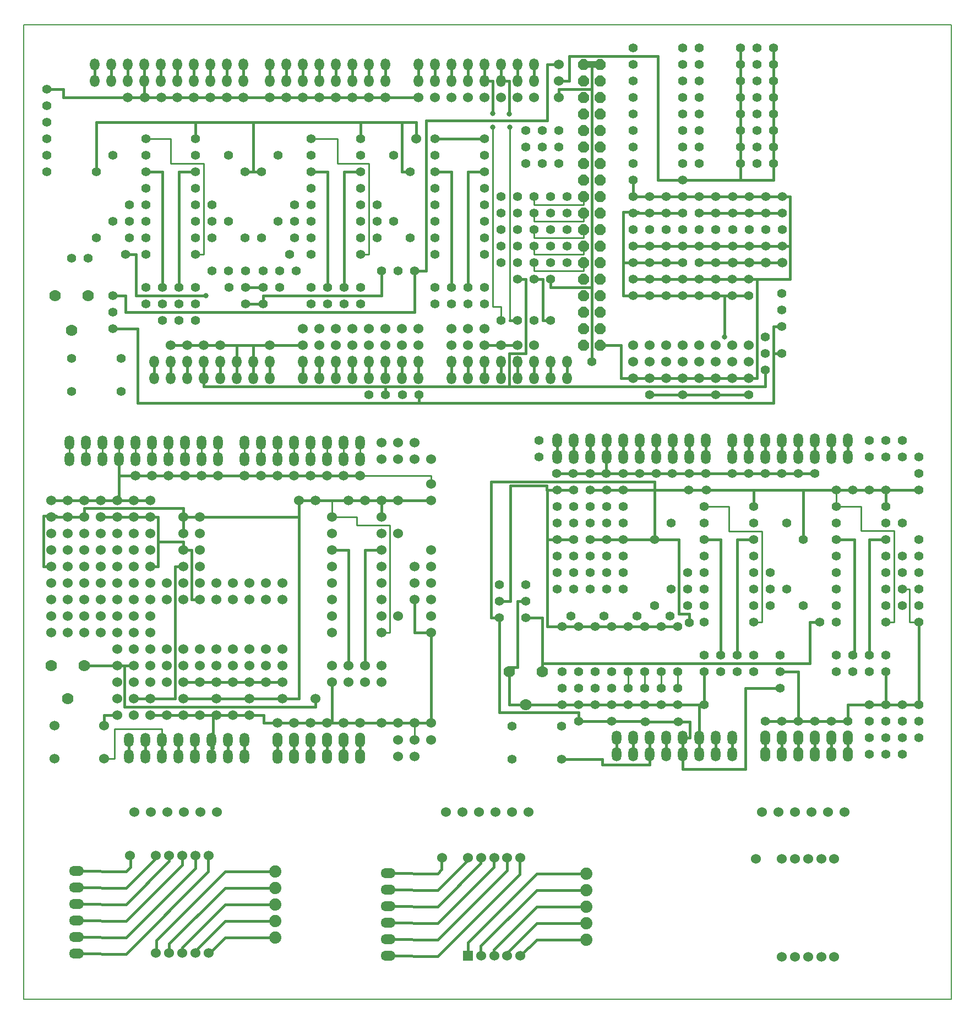
<source format=gbr>
%FSLAX35Y35*%
%MOIN*%
G04 EasyPC Gerber Version 18.0.8 Build 3632 *
%AMT21*0 Octagon Pad at angle 0*4,1,8,-0.01367,-0.03300,0.01367,-0.03300,0.03300,-0.01367,0.03300,0.01367,0.01367,0.03300,-0.01367,0.03300,-0.03300,0.01367,-0.03300,-0.01367,-0.01367,-0.03300,0*%
%ADD21T21*%
%ADD23O,0.05740X0.08610*%
%ADD20O,0.05746X0.07183*%
%ADD22O,0.06000X0.09000*%
%ADD79R,0.06000X0.06000*%
%ADD11C,0.00500*%
%ADD16C,0.00800*%
%ADD12C,0.01000*%
%ADD24C,0.01500*%
%ADD82C,0.01600*%
%ADD71C,0.03200*%
%ADD74C,0.04000*%
%ADD19C,0.05600*%
%ADD70C,0.06000*%
%ADD78C,0.06000*%
%ADD77C,0.07000*%
%ADD81C,0.07400*%
%ADD80O,0.09000X0.06000*%
X0Y0D02*
D02*
D11*
X561920Y250D02*
Y590250D01*
X250*
Y250*
X561920*
D02*
D12*
X27850Y337263D02*
Y327263D01*
X37850Y337263D02*
Y327263D01*
X47850Y337263D02*
Y327263D01*
X48850Y145763D02*
X55350D01*
Y163763*
X83850*
Y157263*
X57850Y302263D02*
X56850D01*
X57850Y337263D02*
Y327263D01*
X67850Y337263D02*
Y327263D01*
X77850Y337263D02*
Y327263D01*
X87850Y337263D02*
Y327263D01*
X97850Y337263D02*
Y327263D01*
X104442Y451265D02*
X109442D01*
Y506265*
X89442*
Y521265*
X74442*
X107850Y337263D02*
Y327263D01*
X113850Y157263D02*
Y147263D01*
X117850Y337263D02*
Y327263D01*
X133850Y337263D02*
Y327263D01*
X143850Y337263D02*
Y327263D01*
X153850Y337263D02*
Y327263D01*
X163850Y337263D02*
Y327263D01*
X173850Y337263D02*
Y327263D01*
X183850Y337263D02*
Y327263D01*
X186850Y292263D02*
X201850D01*
Y287263*
X221850*
Y222263*
X216850*
X186850Y292263D02*
Y302263D01*
X193850Y337263D02*
Y327263D01*
X203850Y317263D02*
X246850D01*
Y312263*
X203850Y337263D02*
Y327263D01*
X204442Y451265D02*
X209442D01*
Y506265*
X190442*
Y521265*
X174442*
X236850Y167513D02*
Y157263D01*
X289405Y411387D02*
Y419496D01*
X284233*
Y523457*
X284258*
Y528325*
X284383*
X294467Y528387D02*
Y411387D01*
X309442Y446265D02*
Y441265D01*
X339442*
Y446265*
X309442Y456265D02*
Y451265D01*
X339442*
Y456265*
X309442Y466265D02*
Y461265D01*
X339442*
Y466265*
X309442Y476265D02*
Y471265D01*
X339442*
Y476265*
X309442Y486265D02*
Y481265D01*
X339442*
Y486265*
X366249Y198437D02*
Y188437D01*
X376249Y198437D02*
Y188437D01*
X379127Y158437D02*
Y148437D01*
X386249Y198437D02*
Y188437D01*
X396249Y198437D02*
Y188437D01*
X442127Y228437D02*
X447127D01*
Y283437*
X427127*
Y298437*
X412127*
X492127D02*
X507127D01*
Y283937*
X527127*
Y228437*
X522127*
X492127Y298437D02*
Y308437D01*
X542127Y228437D02*
X536627D01*
Y248437*
X532127*
D02*
D16*
X114850Y152263D02*
X113850D01*
X186850Y302263D02*
X196850D01*
X199442Y556665D02*
Y556265D01*
Y566665D02*
Y566265D01*
X216850Y302263D02*
X226850D01*
D02*
D19*
X14442Y501265D03*
Y511265D03*
Y521265D03*
Y531265D03*
Y541265D03*
Y551265D03*
X29442Y368387D03*
Y388387D03*
Y448765D03*
X39442D03*
X44442Y461265D03*
Y501265D03*
X54192Y406265D03*
Y416265D03*
X54442Y426265D03*
Y471265D03*
Y511265D03*
X59442Y368387D03*
Y388387D03*
X61942Y451265D03*
X64442Y461265D03*
Y471265D03*
Y481265D03*
X74442Y421265D03*
Y431265D03*
Y451265D03*
Y461265D03*
Y471265D03*
Y481265D03*
Y491265D03*
Y501265D03*
Y511265D03*
Y521265D03*
X84442Y411265D03*
Y421265D03*
Y431265D03*
X94442Y411265D03*
Y421265D03*
Y431265D03*
X104442Y411265D03*
Y421265D03*
Y431265D03*
Y451265D03*
Y461265D03*
Y471265D03*
Y481265D03*
Y491265D03*
Y501265D03*
Y511265D03*
Y521265D03*
X114442Y441265D03*
Y461265D03*
Y471265D03*
Y481265D03*
X124442Y441265D03*
Y471265D03*
Y511265D03*
X124507Y431347D03*
X134442Y461265D03*
Y501265D03*
X134491Y421206D03*
Y431206D03*
Y441206D03*
X144442Y461265D03*
Y501265D03*
X145349Y421206D03*
Y431206D03*
Y441206D03*
X154442Y471265D03*
Y511265D03*
X155315Y441265D03*
X155333Y431347D03*
X161442Y451265D03*
X164442Y461265D03*
Y471265D03*
Y481265D03*
X165315Y441265D03*
X174442Y421265D03*
Y431265D03*
Y451265D03*
Y461265D03*
Y471265D03*
Y481265D03*
Y491265D03*
Y501265D03*
Y511265D03*
Y521265D03*
X184442Y421265D03*
Y431265D03*
X194442Y421265D03*
Y431265D03*
X204442Y421265D03*
Y431265D03*
Y451265D03*
Y461265D03*
Y471265D03*
Y481265D03*
Y491265D03*
Y501265D03*
Y511265D03*
Y521265D03*
X209376Y366206D03*
X214442Y461265D03*
Y471265D03*
Y481265D03*
X216942Y441265D03*
X219360Y366206D03*
X224442Y471265D03*
Y511265D03*
X226942Y441265D03*
X229469Y366206D03*
X234442Y461265D03*
Y501265D03*
X236942Y441265D03*
X239454Y366330D03*
X249442Y421265D03*
Y431265D03*
Y451265D03*
Y461265D03*
Y471265D03*
Y481265D03*
Y491265D03*
Y501265D03*
Y511265D03*
Y521265D03*
X259442Y421265D03*
Y431265D03*
X269442Y421265D03*
Y431265D03*
X279442Y421265D03*
Y431265D03*
Y451265D03*
Y461265D03*
Y471265D03*
Y481265D03*
Y491265D03*
Y501265D03*
Y511265D03*
Y521265D03*
X288149Y231097D03*
Y241097D03*
Y251097D03*
X289405Y411387D03*
X289442Y446265D03*
Y456265D03*
Y466265D03*
Y476265D03*
Y486265D03*
X296089Y145437D03*
Y165437D03*
X299442Y411387D03*
Y436265D03*
Y446265D03*
Y456265D03*
Y466265D03*
Y476265D03*
Y486265D03*
X304373Y231097D03*
Y241097D03*
X304385Y251097D03*
X304442Y506265D03*
Y516265D03*
Y526265D03*
X309442Y411387D03*
Y436265D03*
Y446265D03*
Y456265D03*
Y466265D03*
Y476265D03*
Y486265D03*
X312127Y328437D03*
Y338437D03*
X314442Y506265D03*
Y516265D03*
Y526265D03*
X319442Y411387D03*
Y436265D03*
Y446265D03*
Y456265D03*
Y466265D03*
Y476265D03*
Y486265D03*
X322969Y318437D03*
X323156Y248437D03*
Y258437D03*
Y268437D03*
Y278437D03*
Y288437D03*
Y298437D03*
Y308437D03*
X324442Y506265D03*
Y516265D03*
Y526265D03*
X326089Y145437D03*
Y165437D03*
X326249Y178437D03*
Y188437D03*
Y198437D03*
Y225937D03*
X329442Y446265D03*
Y456265D03*
Y466265D03*
Y476265D03*
Y486265D03*
X331627Y232187D03*
X333078Y318437D03*
X333156Y248437D03*
Y258437D03*
Y268437D03*
Y278437D03*
Y288437D03*
Y298437D03*
Y308437D03*
X336198Y168446D03*
X336249Y178437D03*
Y188437D03*
Y198437D03*
Y225937D03*
X343156Y248437D03*
Y258437D03*
Y268437D03*
Y278437D03*
Y288437D03*
Y298437D03*
Y308437D03*
X343187Y318437D03*
X344442Y386265D03*
X346249Y178437D03*
Y188437D03*
Y198437D03*
Y225937D03*
X351627Y232187D03*
X353046Y318437D03*
X353156Y248437D03*
Y258437D03*
Y268437D03*
Y278437D03*
Y288437D03*
Y298437D03*
Y308437D03*
X356167Y168446D03*
X356249Y178437D03*
Y188437D03*
Y198437D03*
Y225937D03*
X363156Y248437D03*
Y258437D03*
Y268437D03*
Y278437D03*
Y288437D03*
Y298437D03*
Y308437D03*
Y318459D03*
X366249Y178437D03*
Y188437D03*
Y198437D03*
Y225937D03*
X369442Y426265D03*
Y436265D03*
Y446265D03*
Y456265D03*
Y466265D03*
Y476265D03*
Y486265D03*
Y496265D03*
Y506265D03*
Y516265D03*
Y526265D03*
Y536265D03*
Y546265D03*
Y556265D03*
Y566265D03*
Y576265D03*
X371627Y232187D03*
X373140Y318459D03*
X376249Y178437D03*
Y188437D03*
Y198437D03*
Y225937D03*
X376509Y168321D03*
X379442Y366265D03*
Y426265D03*
Y436265D03*
Y446265D03*
Y456265D03*
Y466265D03*
Y476265D03*
Y486265D03*
X382127Y238437D03*
Y278437D03*
X383124Y318459D03*
X386249Y178437D03*
Y188437D03*
Y198437D03*
Y225937D03*
X389442Y426265D03*
Y436265D03*
Y446265D03*
Y456265D03*
Y466265D03*
Y476265D03*
Y486265D03*
X391627Y232187D03*
X392127Y248437D03*
Y288437D03*
X392983Y318459D03*
X396249Y178437D03*
Y188437D03*
Y198437D03*
Y225937D03*
X396478Y168321D03*
X399442Y366265D03*
Y426265D03*
Y436265D03*
Y446265D03*
Y456265D03*
Y466265D03*
Y476265D03*
Y486265D03*
Y496265D03*
Y506265D03*
Y516265D03*
Y526265D03*
Y536265D03*
Y546265D03*
Y556265D03*
Y566265D03*
Y576265D03*
X402127Y238437D03*
Y248437D03*
Y258437D03*
X403093Y308437D03*
X403217Y228352D03*
Y318459D03*
X409442Y426265D03*
Y436265D03*
Y446265D03*
Y456265D03*
Y466265D03*
Y476265D03*
Y486265D03*
Y506265D03*
Y516265D03*
Y526265D03*
Y536265D03*
Y546265D03*
Y556265D03*
Y566265D03*
Y576265D03*
X412127Y178437D03*
Y198437D03*
Y208437D03*
Y228437D03*
Y238437D03*
Y248437D03*
Y258437D03*
Y268437D03*
Y278437D03*
Y288437D03*
Y298437D03*
X413326Y318459D03*
X413451Y308437D03*
X419442Y366265D03*
Y426265D03*
Y436265D03*
Y446265D03*
Y456265D03*
Y466265D03*
Y476265D03*
Y486265D03*
X422127Y198437D03*
Y208437D03*
X429127Y318437D03*
X429442Y426265D03*
Y436265D03*
X429526Y456265D03*
Y466265D03*
Y476265D03*
Y486265D03*
X432127Y198437D03*
Y208437D03*
X434442Y506265D03*
Y516265D03*
Y526265D03*
Y536265D03*
Y546265D03*
Y556265D03*
Y566265D03*
Y576265D03*
X439127Y318437D03*
X439442Y366265D03*
Y426265D03*
Y436265D03*
X439526Y456265D03*
Y466265D03*
Y476265D03*
Y486265D03*
X442127Y198437D03*
Y208437D03*
Y228437D03*
Y238437D03*
Y248437D03*
Y258437D03*
Y268437D03*
Y278437D03*
Y288437D03*
Y298437D03*
X444442Y506265D03*
Y516265D03*
Y526265D03*
Y536265D03*
Y546265D03*
Y556265D03*
Y566265D03*
Y576265D03*
X449127Y168437D03*
Y318437D03*
X449442Y381265D03*
Y391265D03*
Y401265D03*
X449526Y456265D03*
Y466265D03*
Y476265D03*
Y486265D03*
X452127Y238437D03*
Y248437D03*
Y258437D03*
X454442Y506265D03*
Y516265D03*
Y526265D03*
Y536265D03*
Y546265D03*
Y556265D03*
Y566265D03*
Y576265D03*
X458354Y188437D03*
Y198437D03*
Y208437D03*
X459127Y168437D03*
Y318437D03*
X459442Y391265D03*
Y407515D03*
Y417515D03*
Y427515D03*
X459526Y456265D03*
Y466265D03*
Y476265D03*
Y486265D03*
X462127Y248437D03*
Y288437D03*
X469127Y168437D03*
Y318437D03*
X472127Y238437D03*
Y278437D03*
X479127Y168437D03*
Y318437D03*
X482127Y228437D03*
X489127Y168437D03*
X492127Y198437D03*
Y208437D03*
Y228437D03*
Y238437D03*
Y248437D03*
Y258437D03*
Y268437D03*
Y278437D03*
Y288437D03*
Y298437D03*
Y308437D03*
X499127Y168437D03*
X502127Y198437D03*
Y208437D03*
Y308437D03*
X512127Y148437D03*
Y158437D03*
Y168437D03*
Y178437D03*
Y198437D03*
Y208437D03*
Y308437D03*
Y328437D03*
Y338437D03*
X522127Y148437D03*
Y158437D03*
Y168437D03*
Y178437D03*
Y198437D03*
Y208437D03*
Y228437D03*
Y238437D03*
Y248437D03*
Y258437D03*
Y268437D03*
Y278437D03*
Y288437D03*
Y298437D03*
Y308437D03*
Y328437D03*
Y338437D03*
X532127Y148437D03*
Y158437D03*
Y168437D03*
Y178437D03*
Y238437D03*
Y248437D03*
Y258437D03*
Y268437D03*
Y288437D03*
Y328437D03*
Y338437D03*
X542127Y158437D03*
Y168437D03*
Y178437D03*
Y228437D03*
Y238437D03*
Y248437D03*
Y258437D03*
Y268437D03*
Y278437D03*
Y308437D03*
Y318437D03*
Y328437D03*
D02*
D70*
X16850Y222263D03*
Y232263D03*
Y242263D03*
Y252263D03*
Y262263D03*
Y272263D03*
Y282263D03*
Y292263D03*
Y302263D03*
X18850Y145763D03*
Y165763D03*
X26850Y222263D03*
Y232263D03*
Y242263D03*
Y252263D03*
Y262263D03*
Y272263D03*
Y282263D03*
Y292263D03*
Y302263D03*
X36850Y222263D03*
Y232263D03*
Y242263D03*
Y252263D03*
Y262263D03*
Y272263D03*
Y282263D03*
Y292263D03*
Y302263D03*
X46850Y222263D03*
Y232263D03*
Y242263D03*
Y252263D03*
Y262263D03*
Y272263D03*
Y282263D03*
Y292263D03*
Y302263D03*
X48850Y145763D03*
Y165763D03*
X56850Y172263D03*
Y182263D03*
Y192263D03*
Y202263D03*
Y212263D03*
Y222263D03*
Y232263D03*
Y242263D03*
Y252263D03*
Y262263D03*
Y272263D03*
Y282263D03*
Y292263D03*
Y302263D03*
X63353Y546265D03*
X64704Y87363D03*
X66850Y172263D03*
Y182263D03*
Y192263D03*
Y202263D03*
Y212263D03*
Y222263D03*
Y232263D03*
Y242263D03*
Y252263D03*
Y262263D03*
Y272263D03*
Y282263D03*
Y292263D03*
Y302263D03*
X67418Y113696D03*
X67850Y317263D03*
X73462Y546265D03*
X76850Y172263D03*
Y182263D03*
Y192263D03*
Y202263D03*
Y212263D03*
Y222263D03*
Y232263D03*
Y242263D03*
Y252263D03*
Y262263D03*
Y272263D03*
Y282263D03*
Y292263D03*
Y302263D03*
X77418Y113696D03*
X77850Y317263D03*
X80429Y28206D03*
Y87363D03*
X83446Y546265D03*
X86850Y172263D03*
Y192263D03*
Y202263D03*
Y212263D03*
Y242263D03*
Y252263D03*
X87418Y113696D03*
X87850Y317263D03*
X88417Y28206D03*
Y87363D03*
X89442Y396265D03*
X93306Y546265D03*
X96279Y28206D03*
Y87363D03*
X96850Y172263D03*
Y182263D03*
Y192263D03*
Y202263D03*
Y212263D03*
Y242263D03*
Y252263D03*
Y262263D03*
Y272263D03*
Y282263D03*
Y292263D03*
X97418Y113696D03*
X97850Y317263D03*
X99442Y396265D03*
X103415Y546265D03*
X104267Y28206D03*
Y87363D03*
X106850Y172263D03*
Y192263D03*
Y202263D03*
Y212263D03*
Y242263D03*
Y252263D03*
Y262263D03*
Y272263D03*
Y282263D03*
Y292263D03*
X107418Y113696D03*
X107850Y317263D03*
X109442Y396265D03*
X112129Y28206D03*
Y87363D03*
X113399Y546265D03*
X116850Y172263D03*
Y182263D03*
Y192263D03*
Y202263D03*
Y212263D03*
Y242263D03*
Y252263D03*
X117418Y113696D03*
X117850Y317263D03*
X119442Y396265D03*
X123383Y546265D03*
X126850Y172263D03*
Y192263D03*
Y202263D03*
Y212263D03*
Y242263D03*
Y252263D03*
X133368Y546265D03*
X133850Y317263D03*
X136850Y172263D03*
Y182263D03*
Y192263D03*
Y202263D03*
Y212263D03*
Y242263D03*
Y252263D03*
X143850Y317263D03*
X146850Y192263D03*
Y202263D03*
Y212263D03*
Y242263D03*
Y252263D03*
X149442Y396265D03*
Y546265D03*
X153850Y317263D03*
X153865Y167513D03*
X156850Y182263D03*
Y192263D03*
Y202263D03*
Y212263D03*
Y242263D03*
Y252263D03*
X159442Y546265D03*
X163850Y317263D03*
X163865Y167513D03*
X166850Y302263D03*
X169442Y396265D03*
Y406265D03*
Y546265D03*
X173850Y317263D03*
X173865Y167513D03*
X176850Y182263D03*
Y302263D03*
X179442Y396265D03*
Y406265D03*
Y546265D03*
X183850Y317263D03*
X183865Y167513D03*
X186850Y192263D03*
Y202263D03*
Y222263D03*
Y232263D03*
Y242263D03*
Y252263D03*
Y262263D03*
Y272263D03*
Y282263D03*
Y292263D03*
X189442Y396265D03*
Y406265D03*
Y546265D03*
X193850Y317263D03*
X193865Y167513D03*
X196850Y192263D03*
Y202263D03*
Y302263D03*
X199442Y396265D03*
Y406265D03*
Y546265D03*
X203850Y317263D03*
X203865Y167513D03*
X206850Y192263D03*
Y202263D03*
Y302263D03*
X209442Y396265D03*
Y406265D03*
Y546265D03*
X216850Y167513D03*
Y192263D03*
Y202263D03*
Y222263D03*
Y232263D03*
Y242263D03*
Y252263D03*
Y262263D03*
Y272263D03*
Y282263D03*
Y292263D03*
Y302263D03*
Y327263D03*
Y337263D03*
X219442Y396265D03*
Y406265D03*
Y546265D03*
X226850Y147263D03*
Y157263D03*
Y167513D03*
Y232263D03*
Y282263D03*
Y302263D03*
Y327263D03*
Y337263D03*
X229442Y396265D03*
Y406265D03*
X236850Y147263D03*
Y157263D03*
Y167513D03*
Y242263D03*
Y252263D03*
Y262263D03*
Y327263D03*
Y337263D03*
X237905Y521265D03*
X239442Y396265D03*
Y406265D03*
Y546265D03*
X246850Y157263D03*
Y167513D03*
Y222263D03*
Y232263D03*
Y242263D03*
Y252263D03*
Y262263D03*
Y272263D03*
Y302263D03*
Y312263D03*
Y327263D03*
X249442Y546265D03*
X256006Y113513D03*
X259442Y396265D03*
Y406265D03*
Y546265D03*
X266006Y113513D03*
X269442Y396265D03*
Y406265D03*
Y546265D03*
X276006Y113513D03*
X279442Y396265D03*
Y406265D03*
Y546265D03*
X286006Y113513D03*
X289442Y396265D03*
Y546265D03*
X296006Y113513D03*
X299442Y396265D03*
Y546265D03*
X306006Y113513D03*
X309442Y396265D03*
Y546265D03*
X324442D03*
Y556265D03*
Y566265D03*
X369442Y376265D03*
Y386265D03*
Y396265D03*
X379442Y376265D03*
Y386265D03*
Y396265D03*
X389442Y376265D03*
Y386265D03*
Y396265D03*
X399442Y376265D03*
Y386265D03*
Y396265D03*
X409442Y376265D03*
Y386265D03*
Y396265D03*
X419442Y376265D03*
Y386265D03*
Y396265D03*
X429442Y376265D03*
Y386265D03*
Y396265D03*
X429526Y446265D03*
X439442Y376265D03*
Y386265D03*
Y396265D03*
X439526Y446265D03*
X443628Y85116D03*
X447300Y113571D03*
X449526Y446265D03*
X457300Y113571D03*
X459353Y25959D03*
Y85116D03*
X459526Y446265D03*
X467300Y113571D03*
X467341Y25959D03*
Y85116D03*
X475203Y25959D03*
Y85116D03*
X477300Y113571D03*
X483191Y25959D03*
Y85116D03*
X487300Y113571D03*
X491053Y25959D03*
Y85116D03*
X497300Y113571D03*
D02*
D71*
X110692Y426265D03*
X284383Y528325D03*
Y536437D03*
X294405Y536387D03*
X294467Y528387D03*
X424658Y401265D03*
D02*
D20*
X43442Y556265D03*
Y566265D03*
X53442Y556265D03*
Y566265D03*
X63442Y556265D03*
Y566265D03*
X73442Y556265D03*
Y566265D03*
X79442Y376265D03*
Y386265D03*
X83442Y556265D03*
Y566265D03*
X89442Y376265D03*
Y386265D03*
X93442Y556265D03*
Y566265D03*
X99442Y376265D03*
Y386265D03*
X103442Y556265D03*
Y566265D03*
X109442Y376265D03*
Y386265D03*
X113442Y556265D03*
Y566265D03*
X119442Y376265D03*
Y386265D03*
X123442Y556265D03*
Y566265D03*
X129442Y376265D03*
Y386265D03*
X133442Y556265D03*
Y566265D03*
X139442Y376265D03*
Y386265D03*
X149442Y376265D03*
Y386265D03*
Y556265D03*
Y566265D03*
X159442Y556265D03*
Y566265D03*
X169442Y376265D03*
Y386265D03*
Y556265D03*
Y566265D03*
X179442Y376265D03*
Y386265D03*
Y556265D03*
Y566265D03*
X189442Y376265D03*
Y386265D03*
Y556265D03*
Y566265D03*
X199442Y376265D03*
Y386265D03*
Y556265D03*
Y566265D03*
X209442Y376265D03*
Y386265D03*
Y556265D03*
Y566265D03*
X219442Y376265D03*
Y386265D03*
Y556265D03*
Y566265D03*
X229442Y376265D03*
Y386265D03*
X239442Y376265D03*
Y386265D03*
Y556265D03*
Y566265D03*
X249442Y556265D03*
Y566265D03*
X259442Y376265D03*
Y386265D03*
Y556265D03*
Y566265D03*
X269442Y376265D03*
Y386265D03*
Y556265D03*
Y566265D03*
X279442Y376265D03*
Y386265D03*
Y556265D03*
Y566265D03*
X289442Y376265D03*
Y386265D03*
Y556265D03*
Y566265D03*
X299442Y376265D03*
Y386265D03*
Y556265D03*
Y566265D03*
X309442Y376265D03*
Y386265D03*
Y556265D03*
Y566265D03*
X319442Y376265D03*
Y386265D03*
X329442Y376265D03*
Y386265D03*
D02*
D21*
X339442Y396265D03*
Y406265D03*
Y416265D03*
Y426265D03*
Y436265D03*
Y446265D03*
Y456265D03*
Y466265D03*
Y476265D03*
Y486265D03*
Y496265D03*
Y506265D03*
Y516265D03*
Y526265D03*
Y536265D03*
Y546265D03*
Y556265D03*
Y566265D03*
X349442Y396265D03*
Y406265D03*
Y416265D03*
Y426265D03*
Y436265D03*
Y446265D03*
Y456265D03*
Y466265D03*
Y476265D03*
Y486265D03*
Y496265D03*
Y506265D03*
Y516265D03*
Y526265D03*
Y536265D03*
Y546265D03*
Y556265D03*
Y566265D03*
D02*
D22*
X153850Y147263D03*
Y157263D03*
X163850Y147263D03*
Y157263D03*
X173850Y147263D03*
Y157263D03*
X183850Y147263D03*
Y157263D03*
X193850Y147263D03*
Y157263D03*
X203850Y147263D03*
Y157263D03*
X449127Y148437D03*
Y158437D03*
X459127Y148437D03*
Y158437D03*
X469127Y148437D03*
Y158437D03*
X479127Y148437D03*
Y158437D03*
X489127Y148437D03*
Y158437D03*
X499127Y148437D03*
Y158437D03*
D02*
D23*
X27850Y327263D03*
Y337263D03*
X37850Y327263D03*
Y337263D03*
X47850Y327263D03*
Y337263D03*
X57850Y327263D03*
Y337263D03*
X63850Y147263D03*
Y157263D03*
X67850Y327263D03*
Y337263D03*
X73850Y147263D03*
Y157263D03*
X77850Y327263D03*
Y337263D03*
X83850Y147263D03*
Y157263D03*
X87850Y327263D03*
Y337263D03*
X93850Y147263D03*
Y157263D03*
X97850Y327263D03*
Y337263D03*
X103850Y147263D03*
Y157263D03*
X107850Y327263D03*
Y337263D03*
X113850Y147263D03*
Y157263D03*
X117850Y327263D03*
Y337263D03*
X123850Y147263D03*
Y157263D03*
X133850Y147263D03*
Y157263D03*
Y327263D03*
Y337263D03*
X143850Y327263D03*
Y337263D03*
X153850Y327263D03*
Y337263D03*
X163850Y327263D03*
Y337263D03*
X173850Y327263D03*
Y337263D03*
X183850Y327263D03*
Y337263D03*
X193850Y327263D03*
Y337263D03*
X203850Y327263D03*
Y337263D03*
X323127Y328437D03*
Y338437D03*
X333127Y328437D03*
Y338437D03*
X343127Y328437D03*
Y338437D03*
X353127Y328437D03*
Y338437D03*
X359127Y148437D03*
Y158437D03*
X363127Y328437D03*
Y338437D03*
X369127Y148437D03*
Y158437D03*
X373127Y328437D03*
Y338437D03*
X379127Y148437D03*
Y158437D03*
X383127Y328437D03*
Y338437D03*
X389127Y148437D03*
Y158437D03*
X393127Y328437D03*
Y338437D03*
X399127Y148437D03*
Y158437D03*
X403127Y328437D03*
Y338437D03*
X409127Y148437D03*
Y158437D03*
X413127Y328437D03*
Y338437D03*
X419127Y148437D03*
Y158437D03*
X429127Y148437D03*
Y158437D03*
Y328437D03*
Y338437D03*
X439127Y328437D03*
Y338437D03*
X449127Y328437D03*
Y338437D03*
X459127Y328437D03*
Y338437D03*
X469127Y328437D03*
Y338437D03*
X479127Y328437D03*
Y338437D03*
X489127Y328437D03*
Y338437D03*
X499127Y328437D03*
Y338437D03*
D02*
D24*
X12350Y292763D02*
X14850D01*
Y292263*
X16850*
X14442Y551265D02*
X24442D01*
Y546265*
X63353*
X16850Y262263D02*
X12350D01*
Y292763*
X26850Y292263D02*
X19850D01*
Y292763*
X12350*
X26850Y292263D02*
X36850D01*
X26850Y302263D02*
X16850D01*
X36850Y202263D02*
X56850D01*
X36850Y292263D02*
Y297522D01*
X96850*
Y292263*
X36850Y302263D02*
X26850D01*
X43442Y566265D02*
Y556265D01*
X44442Y501265D02*
Y531265D01*
X104442*
X46850Y292263D02*
X56850D01*
X46850Y302263D02*
X36850D01*
X53442Y566265D02*
Y556265D01*
X54192Y406265D02*
X69442D01*
Y361265*
X239454*
X56850Y172263D02*
X48850D01*
Y165763*
X56850Y202263D02*
X61350D01*
X56850Y292263D02*
X66850D01*
X56850Y302263D02*
X46850D01*
X56850D02*
X66850D01*
X57850Y317263D02*
Y302263D01*
Y327263D02*
Y317263D01*
X61350Y202263D02*
Y177263D01*
X176850*
Y182263*
X61350Y202263D02*
X66850D01*
X61942Y451265D02*
X68192D01*
Y426265*
X110692*
X63442Y566265D02*
Y556265D01*
X63850Y157263D02*
Y147263D01*
X66850Y182263D02*
X76850D01*
X66850Y292263D02*
X76850D01*
X66850Y302263D02*
X76850D01*
X67850Y317263D02*
X77850D01*
X67850D02*
X57850D01*
X73442Y556265D02*
Y546265D01*
X73462*
X73442Y566265D02*
Y556265D01*
X73462Y546265D02*
X63353D01*
X73462D02*
X83446D01*
X73850Y157263D02*
Y147263D01*
X74442Y501265D02*
X84442D01*
Y431265*
X76850Y172263D02*
X86850D01*
X76850Y292263D02*
X81728D01*
Y277180*
X77850Y317263D02*
X87850D01*
X79442Y386265D02*
Y376265D01*
X81728Y277180D02*
Y262263D01*
X76850*
X83442Y566265D02*
Y556265D01*
X83446Y546265D02*
X93306D01*
X83850Y157263D02*
Y147263D01*
X86850Y172263D02*
X96850D01*
X87850Y317263D02*
X97850D01*
X89442Y386265D02*
Y376265D01*
X93306Y546265D02*
X103415D01*
X93442Y566265D02*
Y556265D01*
X93850Y157263D02*
Y147263D01*
X96850Y172263D02*
X106850D01*
X96850Y182263D02*
X116850D01*
X96850Y192263D02*
X106850D01*
X96850Y262263D02*
X91837D01*
Y182263*
X76850*
X96850Y272263D02*
X101946D01*
Y242263*
X106850*
X96850Y272263D02*
Y277180D01*
X81728*
X96850Y292263D02*
Y282263D01*
Y292263D02*
X106850D01*
X97850Y317263D02*
X107850D01*
X99442Y386265D02*
Y376265D01*
Y396265D02*
X89442D01*
X103415Y546265D02*
X113399D01*
X103442Y566265D02*
Y556265D01*
X103850Y157263D02*
Y147263D01*
X104442Y501265D02*
X94442D01*
Y431265*
X104442Y531265D02*
X139442D01*
X104442D02*
Y521265D01*
X106850Y172263D02*
X116850D01*
X106850Y192263D02*
X116850D01*
X106850Y292263D02*
X166850D01*
X107850Y317263D02*
X117850D01*
X109442Y376265D02*
Y371265D01*
X219360*
X109442Y386265D02*
Y376265D01*
Y396265D02*
X119442D01*
X109442D02*
X99442D01*
X113399Y546265D02*
X123383D01*
X113442Y566265D02*
Y556265D01*
X113850Y152263D02*
Y157263D01*
X116850Y172263D02*
X114850D01*
Y152263*
X116850Y172263D02*
X126850D01*
X116850Y182263D02*
X136850D01*
X116850Y192263D02*
X126850D01*
X117850Y317263D02*
X133850D01*
X119442Y386265D02*
Y376265D01*
X123383Y546265D02*
X133368D01*
X123442Y566265D02*
Y556265D01*
X123850Y157263D02*
Y147263D01*
X126850Y172263D02*
X136850D01*
X126850Y192263D02*
X136850D01*
X129442Y386265D02*
Y396265D01*
Y386265D02*
Y376265D01*
Y396265D02*
X119442D01*
X133368Y546265D02*
X149442D01*
X133442Y566265D02*
Y556265D01*
X133850Y157263D02*
Y147263D01*
Y317263D02*
X143850D01*
X134491Y421206D02*
X145349D01*
X134491Y431206D02*
X145349D01*
X136850Y172263D02*
X145600D01*
Y167513*
X153865*
X136850Y182263D02*
X156850D01*
X136850Y192263D02*
X146850D01*
X139442Y386265D02*
Y396265D01*
Y386265D02*
Y376265D01*
Y396265D02*
X129442D01*
X139442D02*
X149442D01*
X139442Y501265D02*
X134442D01*
X139442D02*
X144442D01*
X139442Y531265D02*
Y501265D01*
X143850Y317263D02*
X153850D01*
X145349Y421206D02*
Y426355D01*
X216942*
Y441265*
X146850Y192263D02*
X156850D01*
X149442Y386265D02*
Y376265D01*
Y396265D02*
X169442D01*
X149442Y546265D02*
X159442D01*
X149442Y566265D02*
Y556265D01*
X153850Y157263D02*
Y147263D01*
Y317263D02*
X163850D01*
X153865Y167513D02*
X163865D01*
X159442Y546265D02*
X169442D01*
X159442Y566265D02*
Y556265D01*
X163850Y157263D02*
Y147263D01*
Y317263D02*
X173850D01*
X163865Y167513D02*
X173865D01*
X166850Y292263D02*
Y182263D01*
X156850*
X166850Y302263D02*
Y292263D01*
Y302263D02*
X176850D01*
X169442Y386265D02*
Y376265D01*
Y546265D02*
X179442D01*
X169442Y566265D02*
Y556265D01*
X173850Y157263D02*
Y147263D01*
Y317263D02*
X183850D01*
X173865Y167513D02*
X183865D01*
X174442Y501265D02*
X184442D01*
Y431265*
X176850Y302263D02*
X196850D01*
X179442Y386265D02*
Y376265D01*
Y546265D02*
X189442D01*
X179442Y566265D02*
Y556265D01*
X183850Y157263D02*
Y147263D01*
Y317263D02*
X193850D01*
X183865Y167513D02*
X193865D01*
X186850Y272263D02*
X196850D01*
Y202263*
X189442Y386265D02*
Y376265D01*
Y546265D02*
X199442D01*
X189442Y566265D02*
Y556265D01*
X193850Y157263D02*
Y147263D01*
Y317263D02*
X203850D01*
X193865Y167513D02*
X203865D01*
X196850Y302263D02*
X206850D01*
X199442Y386265D02*
Y376265D01*
Y546265D02*
X209442D01*
X199442Y566265D02*
Y556265D01*
X203850Y157263D02*
Y147263D01*
X203865Y167513D02*
X216850D01*
X203865D02*
X186850D01*
Y192263*
X204442Y501265D02*
X194442D01*
Y431265*
X204442Y521265D02*
Y531265D01*
X229442*
X204442D02*
X139442D01*
X206850Y302263D02*
X216850D01*
X209442Y386265D02*
Y376265D01*
Y546265D02*
X219442D01*
X209442Y566265D02*
Y556265D01*
X216850Y167513D02*
X226850D01*
X216850Y272263D02*
X206850D01*
Y202263*
X216850Y292263D02*
Y302263D01*
X226850*
X219360Y366206D02*
Y371265D01*
X294405*
X219442Y386265D02*
Y376265D01*
Y546265D02*
X239442D01*
X219442Y566265D02*
Y556265D01*
X226850Y167513D02*
X236850D01*
X226850Y302263D02*
X246850D01*
X229442Y386265D02*
Y376265D01*
Y531265D02*
X237905D01*
Y521265*
X229442Y531265D02*
Y501265D01*
X234442*
X236850Y167513D02*
X246850D01*
X236942Y441265D02*
Y416265D01*
X61942*
Y426265*
X54442*
X239442Y386265D02*
Y376265D01*
Y566265D02*
Y556265D01*
X239454Y361265D02*
X454442D01*
Y391265*
X239454Y366330D02*
Y361265D01*
X246850Y222263D02*
X236850D01*
Y242263*
X246850Y222263D02*
Y167513D01*
X249442Y501265D02*
X259442D01*
Y431265*
X249442Y566265D02*
Y556265D01*
X259442Y386265D02*
Y376265D01*
Y566265D02*
Y556265D01*
X269442Y386265D02*
Y376265D01*
Y566265D02*
Y556265D01*
X279442Y386265D02*
Y376265D01*
Y396265D02*
X289442D01*
X279442Y501265D02*
X269442D01*
Y431265*
X279442Y521265D02*
X249442D01*
X279442Y556265D02*
X284383D01*
Y536437*
X279442Y566265D02*
Y556265D01*
X288149Y231097D02*
X283157D01*
Y313467*
X382127*
Y308437*
X288149Y231097D02*
Y173813D01*
X336198*
Y168446*
X288149Y241097D02*
X294916D01*
Y311097*
X316978*
Y308437*
X289442Y386265D02*
Y376265D01*
Y396265D02*
X299442D01*
X289442Y556265D02*
X294405D01*
Y536387*
X289442Y566265D02*
Y556265D01*
X294127Y198437D02*
Y178437D01*
X304127*
X294127Y198437D02*
Y201097D01*
X299373*
Y241097*
X304373*
X294405Y371265D02*
X449442D01*
Y381265*
X294467Y411387D02*
X299442D01*
Y386265D02*
Y376265D01*
Y436265D02*
X304405D01*
Y391387*
X294405*
Y371265*
X299442Y566265D02*
Y556265D01*
X304373Y231097D02*
X314373D01*
Y203437*
X314357*
X309442Y386265D02*
Y376265D01*
Y436265D02*
X314685D01*
Y411387*
X319442*
X309442Y566265D02*
Y556265D01*
X314127Y198437D02*
X314357D01*
Y203437*
X476249*
Y228437*
X482127*
X316978Y308437D02*
X317353D01*
Y278772*
Y278437*
X323156*
X319442Y386265D02*
Y376265D01*
Y436265D02*
Y431265D01*
X344442*
X322969Y318437D02*
X333078D01*
X323127Y338437D02*
Y328437D01*
X323156Y308437D02*
X316978D01*
X324442Y546265D02*
Y551265D01*
X344442*
Y552515*
X324442Y556265D02*
X330692D01*
Y571265*
X384442*
Y496265*
X399442*
X324442Y566265D02*
X317405D01*
Y532387*
X243905*
Y441265*
X236942*
X326089Y145437D02*
X350589D01*
Y142187*
X379127*
Y158437*
X326249Y178437D02*
X304127D01*
X326249D02*
X336249D01*
X326249Y225937D02*
X317353D01*
Y278772*
X326249Y225937D02*
X336249D01*
X329442Y386265D02*
Y376265D01*
X333078Y318437D02*
X343187D01*
X333127Y338437D02*
Y328437D01*
X333156Y278437D02*
X323156D01*
X333156Y308437D02*
X323156D01*
X336198Y168446D02*
X356167D01*
X336249Y225937D02*
X346249D01*
X343127Y338437D02*
Y328437D01*
X343156Y308437D02*
X353156D01*
X343187Y318437D02*
X353046D01*
X344442Y386265D02*
Y431265D01*
Y552515*
Y566265*
X346249Y178437D02*
X336249D01*
X346249Y225937D02*
X356249D01*
X349442Y396265D02*
X361942D01*
Y376265*
X369442*
X353046Y318437D02*
X363156D01*
Y318459*
X353046Y318437D02*
Y328437D01*
X353127*
Y338437D02*
Y328437D01*
X353156Y278437D02*
X343156D01*
X353156Y308437D02*
X363156D01*
X356167Y168446D02*
X376509D01*
Y168321*
X356249Y178437D02*
X346249D01*
X356249D02*
X366249D01*
X356249Y225937D02*
X366249D01*
X359127Y158437D02*
Y148437D01*
X363127Y338437D02*
Y328437D01*
X363156Y278437D02*
X382127D01*
X363156D02*
X353156D01*
X363156Y308437D02*
X382127D01*
X363156Y318459D02*
X373140D01*
X363192Y446265D02*
Y476765D01*
X367442*
Y476265*
X369442*
X366249Y178437D02*
X376249D01*
X366249Y225937D02*
X376249D01*
X369127Y158437D02*
Y148437D01*
X369442Y376265D02*
X379442D01*
X369442Y426265D02*
X363192D01*
Y446265*
X369442Y436265D02*
X379442D01*
X369442Y446265D02*
X379442D01*
X369442D02*
X363192D01*
X369442Y456265D02*
X379442D01*
X369442Y496265D02*
Y486265D01*
X373127Y338437D02*
Y328437D01*
X373140Y318459D02*
X383124D01*
X376249Y178437D02*
X386249D01*
X376249Y225937D02*
X386249D01*
X376509Y168321D02*
X396478D01*
X379442Y366265D02*
X399442D01*
X379442Y376265D02*
X389442D01*
X379442Y426265D02*
X369442D01*
X379442Y436265D02*
X389442D01*
X379442Y446265D02*
X389442D01*
X379442Y456265D02*
X389442D01*
X379442Y476265D02*
X372442D01*
Y476765*
X363192*
X379442Y476265D02*
X389442D01*
X379442Y486265D02*
X369442D01*
X382127Y278437D02*
Y308437D01*
X403093*
X383124Y318459D02*
X392983D01*
X383127Y338437D02*
Y328437D01*
X386249Y178437D02*
X396249D01*
X386249Y225937D02*
X396249D01*
X389127Y158437D02*
Y148437D01*
X389442Y376265D02*
X399442D01*
X389442Y426265D02*
X379442D01*
X389442Y436265D02*
X399442D01*
X389442Y446265D02*
X399442D01*
X389442Y456265D02*
X399442D01*
X389442Y476265D02*
X399442D01*
X389442Y486265D02*
X379442D01*
X392983Y318459D02*
X403217D01*
X393127Y338437D02*
Y328437D01*
X396249Y178437D02*
X412127D01*
X399127Y148437D02*
Y139437D01*
X437127*
Y188437*
X458354*
X399127Y158437D02*
X403717D01*
Y168321*
X396478*
X399127Y158437D02*
Y148437D01*
X399442Y366265D02*
X419442D01*
X399442Y376265D02*
X409442D01*
X399442Y426265D02*
X389442D01*
X399442Y436265D02*
X409442D01*
X399442Y456265D02*
X409442D01*
X399442Y486265D02*
X409442D01*
X399442D02*
X389442D01*
X399442Y496265D02*
X434442D01*
X403093Y308437D02*
X413451D01*
X403127Y338437D02*
Y328437D01*
X403217Y228352D02*
Y233593D01*
X397102*
Y278437*
X382127*
X403217Y318459D02*
X413326D01*
X409127Y158437D02*
Y148437D01*
X409442Y376265D02*
X419442D01*
X409442Y426265D02*
X399442D01*
X409442Y436265D02*
X419442D01*
X409442Y446265D02*
X419442D01*
X409442Y456265D02*
X419442D01*
X409442Y476265D02*
X419442D01*
X409442Y486265D02*
X419442D01*
X412127Y178437D02*
X409127D01*
Y158437*
X412127Y178437D02*
Y198437D01*
Y278437D02*
X422127D01*
Y208437*
X413127Y338437D02*
Y328437D01*
X413326Y318459D02*
X429127D01*
Y318437*
X413451Y308437D02*
X442127D01*
X419127Y158437D02*
Y148437D01*
X419442Y366265D02*
X439442D01*
X419442Y376265D02*
X429442D01*
X419442Y426265D02*
X409442D01*
X419442Y436265D02*
X429442D01*
X419442Y446265D02*
X429526D01*
X419442Y456265D02*
X429526D01*
X419442Y476265D02*
X429526D01*
X419442Y486265D02*
X429526D01*
X424658Y401265D02*
Y426265D01*
X429442*
X429127Y158437D02*
Y148437D01*
Y318437D02*
X439127D01*
X429127Y338437D02*
Y328437D01*
X429442Y376265D02*
X439442D01*
X429442Y426265D02*
X419442D01*
X429442Y436265D02*
X439442D01*
X429526Y446265D02*
X439526D01*
X429526Y456265D02*
X439526D01*
X429526Y476265D02*
X439526D01*
X429526Y486265D02*
X439526D01*
X434442Y496265D02*
X454442D01*
Y506265*
X434442Y496265D02*
Y506265D01*
Y516265*
Y526265*
Y536265*
Y546265*
Y556265*
Y566265*
Y576265*
X439127Y318437D02*
X449127D01*
X439127Y338437D02*
Y328437D01*
X439442Y426265D02*
X429442D01*
X439526Y446265D02*
X449526D01*
X439526Y456265D02*
X449526D01*
X439526Y476265D02*
X449526D01*
X439526Y486265D02*
X449526D01*
X442127Y278437D02*
X432127D01*
Y208437*
X442127Y308437D02*
Y298437D01*
Y308437D02*
X472127D01*
X444442Y436265D02*
Y376265D01*
X439442*
X444442Y436265D02*
X439442D01*
X449127Y158437D02*
Y148437D01*
Y168437D02*
X459127D01*
X449127Y318437D02*
X459127D01*
X449127Y338437D02*
Y328437D01*
X449526Y446265D02*
X459526D01*
X449526Y456265D02*
X459526D01*
X449526Y476265D02*
X459526D01*
X449526Y486265D02*
X459526D01*
X454442Y391265D02*
Y407515D01*
X459442*
X454442Y506265D02*
Y516265D01*
Y526265*
Y536265*
Y546265*
Y556265*
Y566265*
Y576265*
X458354Y198437D02*
X469127D01*
Y168437*
X459127Y158437D02*
Y148437D01*
Y168437D02*
X469127D01*
X459127Y318437D02*
X469127D01*
X459127Y338437D02*
Y328437D01*
X459442Y391265D02*
X454442D01*
X459526Y456265D02*
X464442D01*
X459526Y486265D02*
X464442D01*
Y456265*
Y436265*
X444442*
X469127Y158437D02*
Y148437D01*
Y168437D02*
X479127D01*
X469127Y318437D02*
X479127D01*
X469127Y338437D02*
Y328437D01*
X472127Y308437D02*
Y278437D01*
Y308437D02*
X492127D01*
X479127Y158437D02*
Y148437D01*
Y168437D02*
X489127D01*
X479127Y338437D02*
Y328437D01*
X489127Y158437D02*
Y148437D01*
Y168437D02*
X499127D01*
X489127Y338437D02*
Y328437D01*
X492127Y278437D02*
X503127D01*
Y208437*
X502127*
X492127Y308437D02*
X502127D01*
X499127Y158437D02*
Y148437D01*
Y168437D02*
Y178437D01*
X512127*
X499127Y338437D02*
Y328437D01*
X502127Y308437D02*
X512127D01*
Y178437D02*
X522127D01*
X512127Y308437D02*
X522127D01*
Y178437D02*
X532127D01*
X522127Y198437D02*
Y178437D01*
Y278437D02*
X512127D01*
Y208437*
X522127Y298437D02*
Y308437D01*
X542127*
X532127Y178437D02*
X542127D01*
Y228437D02*
Y178437D01*
D02*
D74*
X339442Y566265D02*
X344442D01*
X349442*
D02*
D77*
X16850Y202263D03*
X19442Y426265D03*
X26850Y182263D03*
X29442Y405387D03*
X36850Y202263D03*
X39442Y426265D03*
X294127Y198437D03*
X304127Y178437D03*
X314127Y198437D03*
D02*
D78*
X253656Y85783D03*
X269404D03*
X277278Y26728D03*
Y85783D03*
X285152Y26728D03*
Y85783D03*
X293026Y26728D03*
Y85783D03*
X300900Y26728D03*
Y85783D03*
D02*
D79*
X269404Y26728D03*
D02*
D80*
X32406Y27773D03*
Y37773D03*
Y47773D03*
Y57773D03*
Y67773D03*
Y77773D03*
X221006Y26419D03*
Y36419D03*
Y46419D03*
Y56419D03*
Y66419D03*
Y76419D03*
D02*
D81*
X152466Y37733D03*
Y47733D03*
Y57733D03*
Y67733D03*
Y77733D03*
X341067Y36380D03*
Y46380D03*
Y56380D03*
Y66380D03*
Y76380D03*
D02*
D82*
X64806Y87261D02*
Y80174D01*
X62365Y77733*
X32406Y77773*
X80554Y28206D02*
Y35922D01*
X122365Y77733*
X152466*
X80554Y87261D02*
Y85922D01*
X62365Y67733*
X32406Y67773*
X88428Y28206D02*
Y33796D01*
X122365Y67733*
X152466*
X88428Y87261D02*
Y83796D01*
X62365Y57733*
X32406Y57773*
X96302Y28206D02*
Y31670D01*
X122365Y57733*
X152466*
X96302Y87261D02*
Y81670D01*
X62365Y47733*
X32406Y47773*
X104176Y28206D02*
Y29544D01*
X122365Y47733*
X152466*
X104176Y87261D02*
Y79544D01*
X62365Y37733*
X32406Y37773*
X112050Y28206D02*
X112837D01*
X122365Y37733*
X152466*
X112050Y87261D02*
Y77419D01*
X62365Y27733*
X32406Y27773*
X253407Y85907D02*
Y78821D01*
X250966Y76380*
X221006Y76419*
X269155Y26852D02*
Y34569D01*
X310966Y76380*
X341067*
X269155Y85907D02*
Y84569D01*
X250966Y66380*
X221006Y66419*
X277029Y26852D02*
Y32443D01*
X310966Y66380*
X341067*
X277029Y85907D02*
Y82443D01*
X250966Y56380*
X221006Y56419*
X284903Y26852D02*
Y30317D01*
X310966Y56380*
X341067*
X284903Y85907D02*
Y80317D01*
X250966Y46380*
X221006Y46419*
X292777Y26852D02*
Y28191D01*
X310966Y46380*
X341067*
X292777Y85907D02*
Y78191D01*
X250966Y36380*
X221006Y36419*
X300651Y26852D02*
X301438D01*
X310966Y36380*
X341067*
X300651Y85907D02*
Y76065D01*
X250966Y26380*
X221006Y26419*
X0Y0D02*
M02*

</source>
